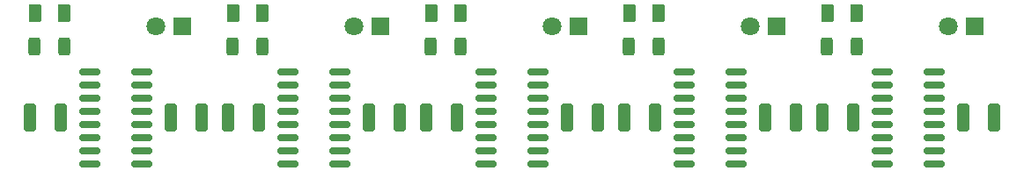
<source format=gts>
%TF.GenerationSoftware,KiCad,Pcbnew,(6.0.11-0)*%
%TF.CreationDate,2024-12-21T01:30:16+09:00*%
%TF.ProjectId,Array,41727261-792e-46b6-9963-61645f706362,rev?*%
%TF.SameCoordinates,Original*%
%TF.FileFunction,Soldermask,Top*%
%TF.FilePolarity,Negative*%
%FSLAX46Y46*%
G04 Gerber Fmt 4.6, Leading zero omitted, Abs format (unit mm)*
G04 Created by KiCad (PCBNEW (6.0.11-0)) date 2024-12-21 01:30:16*
%MOMM*%
%LPD*%
G01*
G04 APERTURE LIST*
G04 Aperture macros list*
%AMRoundRect*
0 Rectangle with rounded corners*
0 $1 Rounding radius*
0 $2 $3 $4 $5 $6 $7 $8 $9 X,Y pos of 4 corners*
0 Add a 4 corners polygon primitive as box body*
4,1,4,$2,$3,$4,$5,$6,$7,$8,$9,$2,$3,0*
0 Add four circle primitives for the rounded corners*
1,1,$1+$1,$2,$3*
1,1,$1+$1,$4,$5*
1,1,$1+$1,$6,$7*
1,1,$1+$1,$8,$9*
0 Add four rect primitives between the rounded corners*
20,1,$1+$1,$2,$3,$4,$5,0*
20,1,$1+$1,$4,$5,$6,$7,0*
20,1,$1+$1,$6,$7,$8,$9,0*
20,1,$1+$1,$8,$9,$2,$3,0*%
G04 Aperture macros list end*
%ADD10R,1.800000X1.800000*%
%ADD11C,1.800000*%
%ADD12RoundRect,0.250000X0.375000X0.625000X-0.375000X0.625000X-0.375000X-0.625000X0.375000X-0.625000X0*%
%ADD13RoundRect,0.250000X0.312500X0.625000X-0.312500X0.625000X-0.312500X-0.625000X0.312500X-0.625000X0*%
%ADD14RoundRect,0.250000X0.325000X1.100000X-0.325000X1.100000X-0.325000X-1.100000X0.325000X-1.100000X0*%
%ADD15RoundRect,0.150000X-0.850000X-0.150000X0.850000X-0.150000X0.850000X0.150000X-0.850000X0.150000X0*%
%ADD16RoundRect,0.250000X-0.325000X-1.100000X0.325000X-1.100000X0.325000X1.100000X-0.325000X1.100000X0*%
G04 APERTURE END LIST*
D10*
%TO.C,D_IR3*%
X54025000Y-23675000D03*
D11*
X51485000Y-23675000D03*
%TD*%
D10*
%TO.C,D_IR1*%
X15925000Y-23675000D03*
D11*
X13385000Y-23675000D03*
%TD*%
D12*
%TO.C,D2*%
X4525000Y-22375000D03*
X1725000Y-22375000D03*
%TD*%
D10*
%TO.C,D_IR5*%
X92125000Y-23675000D03*
D11*
X89585000Y-23675000D03*
%TD*%
D13*
%TO.C,R3*%
X42687500Y-25575000D03*
X39762500Y-25575000D03*
%TD*%
D12*
%TO.C,D6*%
X80725000Y-22375000D03*
X77925000Y-22375000D03*
%TD*%
D10*
%TO.C,D_IR4*%
X73075000Y-23675000D03*
D11*
X70535000Y-23675000D03*
%TD*%
D14*
%TO.C,C5*%
X55850000Y-32475000D03*
X52900000Y-32475000D03*
%TD*%
D15*
%TO.C,U5*%
X83225000Y-28030000D03*
X83225000Y-29300000D03*
X83225000Y-30570000D03*
X83225000Y-31840000D03*
X83225000Y-33110000D03*
X83225000Y-34380000D03*
X83225000Y-35650000D03*
X83225000Y-36920000D03*
X88225000Y-36920000D03*
X88225000Y-35650000D03*
X88225000Y-34380000D03*
X88225000Y-33110000D03*
X88225000Y-31840000D03*
X88225000Y-30570000D03*
X88225000Y-29300000D03*
X88225000Y-28030000D03*
%TD*%
D12*
%TO.C,D3*%
X23575000Y-22375000D03*
X20775000Y-22375000D03*
%TD*%
D15*
%TO.C,U4*%
X64175000Y-28030000D03*
X64175000Y-29300000D03*
X64175000Y-30570000D03*
X64175000Y-31840000D03*
X64175000Y-33110000D03*
X64175000Y-34380000D03*
X64175000Y-35650000D03*
X64175000Y-36920000D03*
X69175000Y-36920000D03*
X69175000Y-35650000D03*
X69175000Y-34380000D03*
X69175000Y-33110000D03*
X69175000Y-31840000D03*
X69175000Y-30570000D03*
X69175000Y-29300000D03*
X69175000Y-28030000D03*
%TD*%
D12*
%TO.C,D5*%
X61675000Y-22375000D03*
X58875000Y-22375000D03*
%TD*%
D14*
%TO.C,C1*%
X17750000Y-32475000D03*
X14800000Y-32475000D03*
%TD*%
D13*
%TO.C,R2*%
X23637500Y-25575000D03*
X20712500Y-25575000D03*
%TD*%
%TO.C,R5*%
X80787500Y-25575000D03*
X77862500Y-25575000D03*
%TD*%
D14*
%TO.C,C7*%
X74900000Y-32475000D03*
X71950000Y-32475000D03*
%TD*%
D13*
%TO.C,R4*%
X61737500Y-25575000D03*
X58812500Y-25575000D03*
%TD*%
D14*
%TO.C,C9*%
X93950000Y-32475000D03*
X91000000Y-32475000D03*
%TD*%
D16*
%TO.C,C2*%
X1300000Y-32475000D03*
X4250000Y-32475000D03*
%TD*%
D12*
%TO.C,D4*%
X42625000Y-22375000D03*
X39825000Y-22375000D03*
%TD*%
D13*
%TO.C,R1*%
X4587500Y-25575000D03*
X1662500Y-25575000D03*
%TD*%
D14*
%TO.C,C3*%
X36800000Y-32475000D03*
X33850000Y-32475000D03*
%TD*%
D15*
%TO.C,U3*%
X45125000Y-28030000D03*
X45125000Y-29300000D03*
X45125000Y-30570000D03*
X45125000Y-31840000D03*
X45125000Y-33110000D03*
X45125000Y-34380000D03*
X45125000Y-35650000D03*
X45125000Y-36920000D03*
X50125000Y-36920000D03*
X50125000Y-35650000D03*
X50125000Y-34380000D03*
X50125000Y-33110000D03*
X50125000Y-31840000D03*
X50125000Y-30570000D03*
X50125000Y-29300000D03*
X50125000Y-28030000D03*
%TD*%
D16*
%TO.C,C6*%
X39400000Y-32475000D03*
X42350000Y-32475000D03*
%TD*%
%TO.C,C10*%
X77500000Y-32475000D03*
X80450000Y-32475000D03*
%TD*%
D15*
%TO.C,U2*%
X26075000Y-28030000D03*
X26075000Y-29300000D03*
X26075000Y-30570000D03*
X26075000Y-31840000D03*
X26075000Y-33110000D03*
X26075000Y-34380000D03*
X26075000Y-35650000D03*
X26075000Y-36920000D03*
X31075000Y-36920000D03*
X31075000Y-35650000D03*
X31075000Y-34380000D03*
X31075000Y-33110000D03*
X31075000Y-31840000D03*
X31075000Y-30570000D03*
X31075000Y-29300000D03*
X31075000Y-28030000D03*
%TD*%
%TO.C,U1*%
X7025000Y-28030000D03*
X7025000Y-29300000D03*
X7025000Y-30570000D03*
X7025000Y-31840000D03*
X7025000Y-33110000D03*
X7025000Y-34380000D03*
X7025000Y-35650000D03*
X7025000Y-36920000D03*
X12025000Y-36920000D03*
X12025000Y-35650000D03*
X12025000Y-34380000D03*
X12025000Y-33110000D03*
X12025000Y-31840000D03*
X12025000Y-30570000D03*
X12025000Y-29300000D03*
X12025000Y-28030000D03*
%TD*%
D10*
%TO.C,D_IR2*%
X34975000Y-23675000D03*
D11*
X32435000Y-23675000D03*
%TD*%
D16*
%TO.C,C8*%
X58450000Y-32475000D03*
X61400000Y-32475000D03*
%TD*%
%TO.C,C4*%
X20350000Y-32475000D03*
X23300000Y-32475000D03*
%TD*%
M02*

</source>
